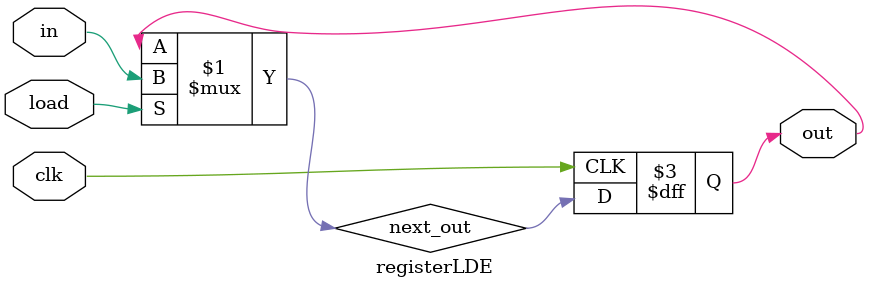
<source format=sv>
module registerLDE(in, load, clk, out);
    parameter n = 1; // Width
    input [n - 1:0] in;
    input load, clk;
    output [n - 1:0] out;
    reg [n - 1:0] out;
    wire [n - 1:0] next_out;

    assign next_out = load ? in : out;

    // Sequential logic
    always @(posedge clk) begin
        out <= next_out;
    end

endmodule
</source>
